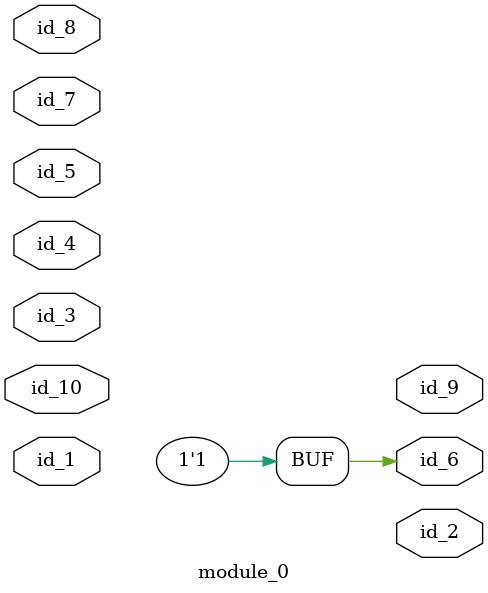
<source format=v>
`define pp_10 0
`define pp_11 0
`define pp_12 0
`define pp_13 0
`define pp_14 0
`define pp_15 0
`timescale 1 ps / 1 ps
module module_0 (
    id_1,
    id_2,
    id_3,
    id_4,
    id_5,
    id_6,
    id_7,
    id_8,
    id_9,
    id_10
);
  inout id_10;
  output id_9;
  input id_8;
  inout id_7;
  output id_6;
  input id_5;
  input id_4;
  input id_3;
  output id_2;
  input id_1;
  assign id_6 = "" ? 1 : 1;
endmodule

</source>
